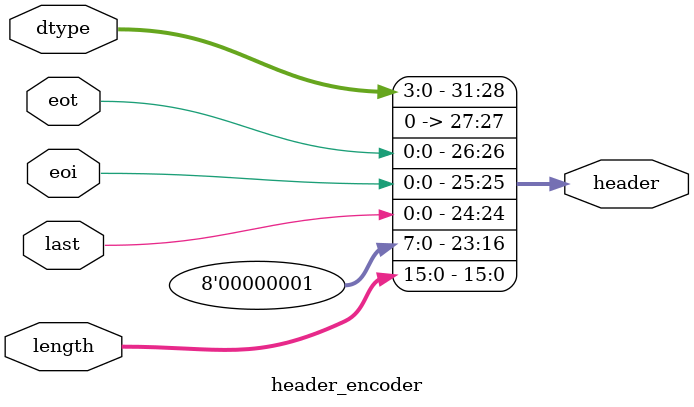
<source format=v>
/*
    This module encodes a header to be sent
    in the communication protocole.
*/
module header_encoder
(
    input [3:0] dtype,
    input eot,
    input eoi,
    input last,
    input [15:0] length,
    // Encoded header
    output [31:0] header
);

assign header = {dtype,1'b0,eot,eoi,last,7'b0,1'b1,length};


endmodule

</source>
